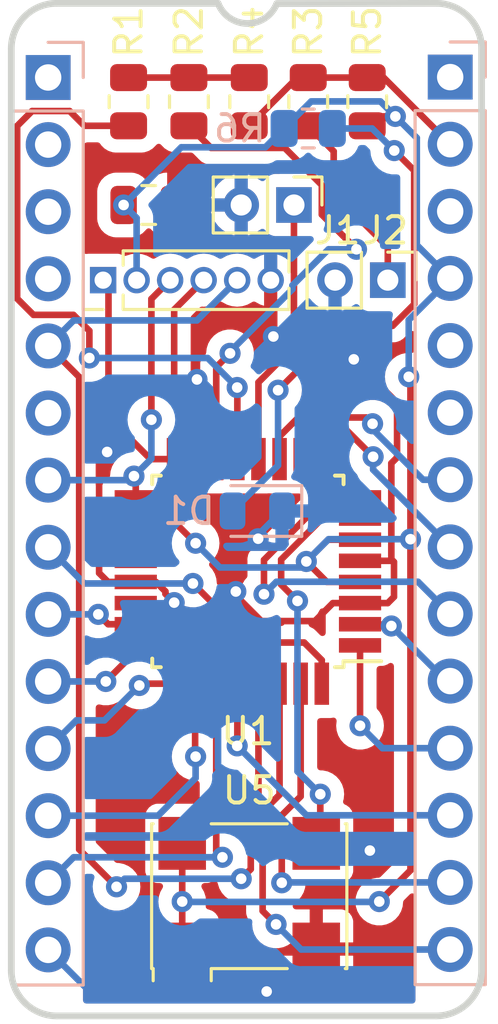
<source format=kicad_pcb>
(kicad_pcb (version 20221018) (generator pcbnew)
  (layers (0 "F.Cu" signal) (31 "B.Cu" signal) (34 "B.Paste" user) (35 "F.Paste" user) (36 "B.SilkS" user "B.Silkscreen") (37 "F.SilkS" user "F.Silkscreen") (38 "B.Mask" user) (39 "F.Mask" user) (44 "Edge.Cuts" user))
  (net 0 "")
  (net 1 "+V")
  (net 2 "GND")
  (net 3 "Net-(D1-A)")
  (net 8 "~{RESET}")
  (net 10 "SCK")
  (net 11 "~{CS}")
  (net 12 "A0")
  (net 13 "A1")
  (net 14 "A2")
  (net 15 "A3")
  (net 16 "A4")
  (net 18 "AUDIOout")
  (net 19 "EXTin")
  (net 22 "D7")
  (net 23 "D6")
  (net 24 "D5")
  (net 25 "D4")
  (net 26 "D3")
  (net 27 "D2")
  (net 28 "D1")
  (net 29 "D0")
  (net 30 "6581Sel")
  (net 31 "Net-(J2-Pin_1)")
  (net 32 "Net-(R1-Pad1)")
  (net 33 "AUD1")
  (net 34 "AUD2")
  (net 35 "PB6")
  (net 37 "MOSI")
  (net 38 "MISO")
  (footprint "Resistor_SMD:R_0805_2012Metric" (layer "F.Cu") (at 139.4968 77.6751 -90)
    (fp_text reference "R2" (at -2.6435 0 90) (layer "F.SilkS"))
    (fp_text value "240K" hide)
    (fp_line (start -0.227064 -0.735) (end 0.227064 -0.735) (stroke (width 0.12)) (layer "F.SilkS"))
    (fp_line (start -0.227064 0.735) (end 0.227064 0.735) (stroke (width 0.12)) (layer "F.SilkS"))
    (pad "1" smd roundrect (at -0.9125 0 270) (size 1.025 1.4) (layers "F.Cu" "F.Paste" "F.Mask") (roundrect_rratio 0.243902439) (net 32 "Net-(R1-Pad1)"))
    (pad "2" smd roundrect (at 0.9125 0 270) (size 1.025 1.4) (layers "F.Cu" "F.Paste" "F.Mask") (roundrect_rratio 0.243902439) (net 34 "AUD2"))
  )
  (footprint "Connector_PinHeader_2.00mm:PinHeader_1x02_P2.00mm_Vertical" (layer "F.Cu") (at 147.034 84.4296 -90)
    (fp_text reference "J2" (at -1.8796 0.0856) (layer "F.SilkS"))
    (fp_text value "~" hide)
    (fp_line (start -1.06 -1.06) (end 0 -1.06) (stroke (width 0.12)) (layer "F.SilkS"))
    (fp_line (start -1.06 0) (end -1.06 -1.06) (stroke (width 0.12)) (layer "F.SilkS"))
    (fp_line (start -1.06 1) (end -1.06 3.06) (stroke (width 0.12)) (layer "F.SilkS"))
    (fp_line (start -1.06 1) (end 1.06 1) (stroke (width 0.12)) (layer "F.SilkS"))
    (fp_line (start -1.06 3.06) (end 1.06 3.06) (stroke (width 0.12)) (layer "F.SilkS"))
    (fp_line (start 1.06 1) (end 1.06 3.06) (stroke (width 0.12)) (layer "F.SilkS"))
    (pad "1" thru_hole rect (at 0 0 270) (size 1.35 1.35) (drill 0.8) (layers "*.Cu" "*.Mask") (net 31 "Net-(J2-Pin_1)"))
    (pad "2" thru_hole oval (at 0 2 270) (size 1.35 1.35) (drill 0.8) (layers "*.Cu" "*.Mask") (net 2 "GND"))
  )
  (footprint "Capacitor_SMD:C_0805_2012Metric" (layer "F.Cu") (at 137.9728 81.5848)
    (fp_text reference "C1" hide)
    (fp_text value "C_Small" hide)
    (fp_line (start -0.261252 -0.735) (end 0.261252 -0.735) (stroke (width 0.12)) (layer "F.SilkS"))
    (fp_line (start -0.261252 0.735) (end 0.261252 0.735) (stroke (width 0.12)) (layer "F.SilkS"))
    (pad "1" smd roundrect (at -0.95 0) (size 1 1.45) (layers "F.Cu" "F.Paste" "F.Mask") (net 1 "+V"))
    (pad "2" smd roundrect (at 0.95 0) (size 1 1.45) (layers "F.Cu" "F.Paste" "F.Mask") (net 2 "GND"))
  )
  (footprint "Resistor_SMD:R_0805_2012Metric" (layer "F.Cu") (at 141.7828 77.6751 90)
    (fp_text reference "R4" (at 2.6435 0 90) (layer "F.SilkS"))
    (fp_text value "2K2" hide)
    (fp_line (start -0.227064 -0.735) (end 0.227064 -0.735) (stroke (width 0.12)) (layer "F.SilkS"))
    (fp_line (start -0.227064 0.735) (end 0.227064 0.735) (stroke (width 0.12)) (layer "F.SilkS"))
    (pad "1" smd roundrect (at -0.9125 0 90) (size 1.025 1.4) (layers "F.Cu" "F.Paste" "F.Mask") (roundrect_rratio 0.243902439) (net 18 "AUDIOout"))
    (pad "2" smd roundrect (at 0.9125 0 90) (size 1.025 1.4) (layers "F.Cu" "F.Paste" "F.Mask") (roundrect_rratio 0.243902439) (net 32 "Net-(R1-Pad1)"))
  )
  (footprint "Resistor_SMD:R_0805_2012Metric" (layer "F.Cu") (at 137.2108 77.6751 -90)
    (fp_text reference "R1" (at -2.6435 0 90) (layer "F.SilkS"))
    (fp_text value "1K" hide)
    (fp_line (start -0.227064 -0.735) (end 0.227064 -0.735) (stroke (width 0.12)) (layer "F.SilkS"))
    (fp_line (start -0.227064 0.735) (end 0.227064 0.735) (stroke (width 0.12)) (layer "F.SilkS"))
    (pad "1" smd roundrect (at -0.9125 0 270) (size 1.025 1.4) (layers "F.Cu" "F.Paste" "F.Mask") (roundrect_rratio 0.243902439) (net 32 "Net-(R1-Pad1)"))
    (pad "2" smd roundrect (at 0.9125 0 270) (size 1.025 1.4) (layers "F.Cu" "F.Paste" "F.Mask") (roundrect_rratio 0.243902439) (net 33 "AUD1"))
  )
  (footprint "Package_QFP:TQFP-32_7x7mm_P0.8mm" (layer "F.Cu") (at 141.732 95.4532 180)
    (fp_text reference "U1" (at 0 -6.05) (layer "F.SilkS"))
    (fp_text value "ATmega88PA-A")
    (fp_line (start -3.625 -3.625) (end -3.625 -3.4) (stroke (width 0.15)) (layer "F.SilkS"))
    (fp_line (start -3.625 -3.625) (end -3.3 -3.625) (stroke (width 0.15)) (layer "F.SilkS"))
    (fp_line (start -3.625 -3.4) (end -5.05 -3.4) (stroke (width 0.15)) (layer "F.SilkS"))
    (fp_line (start -3.625 3.625) (end -3.625 3.3) (stroke (width 0.15)) (layer "F.SilkS"))
    (fp_line (start -3.625 3.625) (end -3.3 3.625) (stroke (width 0.15)) (layer "F.SilkS"))
    (fp_line (start 3.625 -3.625) (end 3.3 -3.625) (stroke (width 0.15)) (layer "F.SilkS"))
    (fp_line (start 3.625 -3.625) (end 3.625 -3.3) (stroke (width 0.15)) (layer "F.SilkS"))
    (fp_line (start 3.625 3.625) (end 3.3 3.625) (stroke (width 0.15)) (layer "F.SilkS"))
    (fp_line (start 3.625 3.625) (end 3.625 3.3) (stroke (width 0.15)) (layer "F.SilkS"))
    (pad "1" smd rect (at -4.25 -2.8 180) (size 1.6 0.55) (layers "F.Cu" "F.Paste" "F.Mask") (net 26 "D3"))
    (pad "2" smd rect (at -4.25 -2 180) (size 1.6 0.55) (layers "F.Cu" "F.Paste" "F.Mask") (net 25 "D4"))
    (pad "3" smd rect (at -4.25 -1.2 180) (size 1.6 0.55) (layers "F.Cu" "F.Paste" "F.Mask") (net 2 "GND"))
    (pad "4" smd rect (at -4.25 -0.4 180) (size 1.6 0.55) (layers "F.Cu" "F.Paste" "F.Mask") (net 1 "+V"))
    (pad "5" smd rect (at -4.25 0.4 180) (size 1.6 0.55) (layers "F.Cu" "F.Paste" "F.Mask") (net 2 "GND"))
    (pad "6" smd rect (at -4.25 1.2 180) (size 1.6 0.55) (layers "F.Cu" "F.Paste" "F.Mask") (net 1 "+V"))
    (pad "7" smd rect (at -4.25 2 180) (size 1.6 0.55) (layers "F.Cu" "F.Paste" "F.Mask") (net 35 "PB6"))
    (pad "8" smd rect (at -4.25 2.8 180) (size 1.6 0.55) (layers "F.Cu" "F.Paste" "F.Mask"))
    (pad "9" smd rect (at -2.8 4.25 270) (size 1.6 0.55) (layers "F.Cu" "F.Paste" "F.Mask") (net 24 "D5"))
    (pad "10" smd rect (at -2 4.25 270) (size 1.6 0.55) (layers "F.Cu" "F.Paste" "F.Mask") (net 23 "D6"))
    (pad "11" smd rect (at -1.2 4.25 270) (size 1.6 0.55) (layers "F.Cu" "F.Paste" "F.Mask") (net 22 "D7"))
    (pad "12" smd rect (at -0.4 4.25 270) (size 1.6 0.55) (layers "F.Cu" "F.Paste" "F.Mask") (net 30 "6581Sel"))
    (pad "13" smd rect (at 0.4 4.25 270) (size 1.6 0.55) (layers "F.Cu" "F.Paste" "F.Mask") (net 33 "AUD1"))
    (pad "14" smd rect (at 1.2 4.25 270) (size 1.6 0.55) (layers "F.Cu" "F.Paste" "F.Mask") (net 34 "AUD2"))
    (pad "15" smd rect (at 2 4.25 270) (size 1.6 0.55) (layers "F.Cu" "F.Paste" "F.Mask") (net 37 "MOSI"))
    (pad "16" smd rect (at 2.8 4.25 270) (size 1.6 0.55) (layers "F.Cu" "F.Paste" "F.Mask") (net 38 "MISO"))
    (pad "17" smd rect (at 4.25 2.8 180) (size 1.6 0.55) (layers "F.Cu" "F.Paste" "F.Mask") (net 10 "SCK"))
    (pad "18" smd rect (at 4.25 2 180) (size 1.6 0.55) (layers "F.Cu" "F.Paste" "F.Mask") (net 1 "+V"))
    (pad "19" smd rect (at 4.25 1.2 180) (size 1.6 0.55) (layers "F.Cu" "F.Paste" "F.Mask"))
    (pad "20" smd rect (at 4.25 0.4 180) (size 1.6 0.55) (layers "F.Cu" "F.Paste" "F.Mask"))
    (pad "21" smd rect (at 4.25 -0.4 180) (size 1.6 0.55) (layers "F.Cu" "F.Paste" "F.Mask") (net 2 "GND"))
    (pad "22" smd rect (at 4.25 -1.2 180) (size 1.6 0.55) (layers "F.Cu" "F.Paste" "F.Mask"))
    (pad "23" smd rect (at 4.25 -2 180) (size 1.6 0.55) (layers "F.Cu" "F.Paste" "F.Mask") (net 12 "A0"))
    (pad "24" smd rect (at 4.25 -2.8 180) (size 1.6 0.55) (layers "F.Cu" "F.Paste" "F.Mask") (net 13 "A1"))
    (pad "25" smd rect (at 2.8 -4.25 270) (size 1.6 0.55) (layers "F.Cu" "F.Paste" "F.Mask") (net 14 "A2"))
    (pad "26" smd rect (at 2 -4.25 270) (size 1.6 0.55) (layers "F.Cu" "F.Paste" "F.Mask") (net 15 "A3"))
    (pad "27" smd rect (at 1.2 -4.25 270) (size 1.6 0.55) (layers "F.Cu" "F.Paste" "F.Mask") (net 16 "A4"))
    (pad "28" smd rect (at 0.4 -4.25 270) (size 1.6 0.55) (layers "F.Cu" "F.Paste" "F.Mask") (net 27 "D2"))
    (pad "29" smd rect (at -0.4 -4.25 270) (size 1.6 0.55) (layers "F.Cu" "F.Paste" "F.Mask") (net 8 "~{RESET}"))
    (pad "30" smd rect (at -1.2 -4.25 270) (size 1.6 0.55) (layers "F.Cu" "F.Paste" "F.Mask") (net 29 "D0"))
    (pad "31" smd rect (at -2 -4.25 270) (size 1.6 0.55) (layers "F.Cu" "F.Paste" "F.Mask") (net 28 "D1"))
    (pad "32" smd rect (at -2.8 -4.25 270) (size 1.6 0.55) (layers "F.Cu" "F.Paste" "F.Mask") (net 11 "~{CS}"))
  )
  (footprint "Resistor_SMD:R_0805_2012Metric" (layer "F.Cu") (at 144.018 77.6751 -90)
    (fp_text reference "R3" (at -2.6435 0 90) (layer "F.SilkS"))
    (fp_text value "1K" hide)
    (fp_line (start -0.227064 -0.735) (end 0.227064 -0.735) (stroke (width 0.12)) (layer "F.SilkS"))
    (fp_line (start -0.227064 0.735) (end 0.227064 0.735) (stroke (width 0.12)) (layer "F.SilkS"))
    (pad "1" smd roundrect (at -0.9125 0 270) (size 1.025 1.4) (layers "F.Cu" "F.Paste" "F.Mask") (roundrect_rratio 0.243902439) (net 18 "AUDIOout"))
    (pad "2" smd roundrect (at 0.9125 0 270) (size 1.025 1.4) (layers "F.Cu" "F.Paste" "F.Mask") (roundrect_rratio 0.243902439) (net 31 "Net-(J2-Pin_1)"))
  )
  (footprint "Connector_PinHeader_2.00mm:PinHeader_1x02_P2.00mm_Vertical" (layer "F.Cu") (at 143.478 81.5848 -90)
    (fp_text reference "J1" (at 0.9652 -1.6576) (layer "F.SilkS"))
    (fp_text value "6581" hide)
    (fp_line (start -1.06 -1.06) (end 0 -1.06) (stroke (width 0.12)) (layer "F.SilkS"))
    (fp_line (start -1.06 0) (end -1.06 -1.06) (stroke (width 0.12)) (layer "F.SilkS"))
    (fp_line (start -1.06 1) (end -1.06 3.06) (stroke (width 0.12)) (layer "F.SilkS"))
    (fp_line (start -1.06 1) (end 1.06 1) (stroke (width 0.12)) (layer "F.SilkS"))
    (fp_line (start -1.06 3.06) (end 1.06 3.06) (stroke (width 0.12)) (layer "F.SilkS"))
    (fp_line (start 1.06 1) (end 1.06 3.06) (stroke (width 0.12)) (layer "F.SilkS"))
    (pad "1" thru_hole rect (at 0 0 270) (size 1.35 1.35) (drill 0.8) (layers "*.Cu" "*.Mask") (net 30 "6581Sel"))
    (pad "2" thru_hole oval (at 0 2 270) (size 1.35 1.35) (drill 0.8) (layers "*.Cu" "*.Mask") (net 2 "GND"))
  )
  (footprint "Oscillator:Oscillator_SMD_Abracon_ASV-4Pin_7.0x5.1mm" (layer "F.Cu") (at 141.7828 107.7468)
    (fp_text reference "U5" (at 0 -4) (layer "F.SilkS"))
    (fp_text value "ASDMB-32MHz")
    (fp_line (start -3.7 -2.74) (end -3.64 -2.74) (stroke (width 0.12)) (layer "F.SilkS"))
    (fp_line (start -3.7 2.74) (end -3.7 -2.74) (stroke (width 0.12)) (layer "F.SilkS"))
    (fp_line (start -3.64 2.74) (end -3.7 2.74) (stroke (width 0.12)) (layer "F.SilkS"))
    (fp_line (start -3.64 3.2) (end -3.64 2.74) (stroke (width 0.12)) (layer "F.SilkS"))
    (fp_line (start -1.44 -2.74) (end 1.44 -2.74) (stroke (width 0.12)) (layer "F.SilkS"))
    (fp_line (start -1.44 2.74) (end -1.44 3.2) (stroke (width 0.12)) (layer "F.SilkS"))
    (fp_line (start 1.44 2.74) (end -1.44 2.74) (stroke (width 0.12)) (layer "F.SilkS"))
    (fp_line (start 3.64 -2.74) (end 3.7 -2.74) (stroke (width 0.12)) (layer "F.SilkS"))
    (fp_line (start 3.7 -2.74) (end 3.7 2.74) (stroke (width 0.12)) (layer "F.SilkS"))
    (fp_line (start 3.7 2.74) (end 3.64 2.74) (stroke (width 0.12)) (layer "F.SilkS"))
    (pad "1" smd rect (at -2.54 2) (size 1.8 2) (layers "F.Cu" "F.Paste" "F.Mask") (net 1 "+V"))
    (pad "2" smd rect (at 2.54 2) (size 1.8 2) (layers "F.Cu" "F.Paste" "F.Mask") (net 2 "GND"))
    (pad "3" smd rect (at 2.54 -2) (size 1.8 2) (layers "F.Cu" "F.Paste" "F.Mask") (net 35 "PB6"))
    (pad "4" smd rect (at -2.54 -2) (size 1.8 2) (layers "F.Cu" "F.Paste" "F.Mask") (net 1 "+V"))
  )
  (footprint "Resistor_SMD:R_0805_2012Metric" (layer "F.Cu") (at 146.2532 77.6751 90)
    (fp_text reference "R5" (at 2.6435 0 90) (layer "F.SilkS"))
    (fp_text value "4K7" hide)
    (fp_line (start -0.227064 -0.735) (end 0.227064 -0.735) (stroke (width 0.12)) (layer "F.SilkS"))
    (fp_line (start -0.227064 0.735) (end 0.227064 0.735) (stroke (width 0.12)) (layer "F.SilkS"))
    (pad "1" smd roundrect (at -0.9125 0 90) (size 1.025 1.4) (layers "F.Cu" "F.Paste" "F.Mask") (roundrect_rratio 0.243902439) (net 1 "+V"))
    (pad "2" smd roundrect (at 0.9125 0 90) (size 1.025 1.4) (layers "F.Cu" "F.Paste" "F.Mask") (roundrect_rratio 0.243902439) (net 18 "AUDIOout"))
  )
  (footprint "Connector_PinHeader_1.27mm:PinHeader_1x06_P1.27mm_Vertical" (layer "F.Cu") (at 136.2456 84.4296 90)
    (fp_text reference "U3" hide)
    (fp_text value "Program" hide)
    (fp_line (start -1.11 -0.76) (end 0 -0.76) (stroke (width 0.12)) (layer "F.SilkS"))
    (fp_line (start -1.11 0) (end -1.11 -0.76) (stroke (width 0.12)) (layer "F.SilkS"))
    (fp_line (start -1.11 0.76) (end -1.11 7.045) (stroke (width 0.12)) (layer "F.SilkS"))
    (fp_line (start -1.11 0.76) (end -0.563471 0.76) (stroke (width 0.12)) (layer "F.SilkS"))
    (fp_line (start -1.11 7.045) (end -0.30753 7.045) (stroke (width 0.12)) (layer "F.SilkS"))
    (fp_line (start 0.30753 7.045) (end 1.11 7.045) (stroke (width 0.12)) (layer "F.SilkS"))
    (fp_line (start 0.563471 0.76) (end 1.11 0.76) (stroke (width 0.12)) (layer "F.SilkS"))
    (fp_line (start 1.11 0.76) (end 1.11 7.045) (stroke (width 0.12)) (layer "F.SilkS"))
    (pad "1" thru_hole rect (at 0 0 90) (size 1 1) (drill 0.65) (layers "*.Cu" "*.Mask") (net 38 "MISO"))
    (pad "2" thru_hole oval (at 0 1.27 90) (size 1 1) (drill 0.65) (layers "*.Cu" "*.Mask") (net 1 "+V"))
    (pad "3" thru_hole oval (at 0 2.54 90) (size 1 1) (drill 0.65) (layers "*.Cu" "*.Mask") (net 10 "SCK"))
    (pad "4" thru_hole oval (at 0 3.81 90) (size 1 1) (drill 0.65) (layers "*.Cu" "*.Mask") (net 37 "MOSI"))
    (pad "5" thru_hole oval (at 0 5.08 90) (size 1 1) (drill 0.65) (layers "*.Cu" "*.Mask") (net 8 "~{RESET}"))
    (pad "6" thru_hole oval (at 0 6.35 90) (size 1 1) (drill 0.65) (layers "*.Cu" "*.Mask") (net 2 "GND"))
  )
  (footprint "Connector_PinHeader_2.54mm:PinHeader_1x14_P2.54mm_Vertical" (layer "B.Cu") (at 134.1628 76.7588 180)
    (fp_text reference "host_lower1" hide)
    (fp_text value "01-14" hide)
    (fp_line (start -1.33 -34.35) (end 1.33 -34.35) (stroke (width 0.12)) (layer "B.SilkS"))
    (fp_line (start -1.33 -1.27) (end -1.33 -34.35) (stroke (width 0.12)) (layer "B.SilkS"))
    (fp_line (start -1.33 -1.27) (end 1.33 -1.27) (stroke (width 0.12)) (layer "B.SilkS"))
    (fp_line (start -1.33 0) (end -1.33 1.33) (stroke (width 0.12)) (layer "B.SilkS"))
    (fp_line (start -1.33 1.33) (end 0 1.33) (stroke (width 0.12)) (layer "B.SilkS"))
    (fp_line (start 1.33 -1.27) (end 1.33 -34.35) (stroke (width 0.12)) (layer "B.SilkS"))
    (pad "1" thru_hole rect (at 0 0 180) (size 1.7 1.7) (drill 1) (layers "*.Cu" "*.Mask"))
    (pad "2" thru_hole oval (at 0 -2.54 180) (size 1.7 1.7) (drill 1) (layers "*.Cu" "*.Mask"))
    (pad "3" thru_hole oval (at 0 -5.08 180) (size 1.7 1.7) (drill 1) (layers "*.Cu" "*.Mask"))
    (pad "4" thru_hole oval (at 0 -7.62 180) (size 1.7 1.7) (drill 1) (layers "*.Cu" "*.Mask"))
    (pad "5" thru_hole oval (at 0 -10.16 180) (size 1.7 1.7) (drill 1) (layers "*.Cu" "*.Mask") (net 8 "~{RESET}"))
    (pad "6" thru_hole oval (at 0 -12.7 180) (size 1.7 1.7) (drill 1) (layers "*.Cu" "*.Mask"))
    (pad "7" thru_hole oval (at 0 -15.24 180) (size 1.7 1.7) (drill 1) (layers "*.Cu" "*.Mask") (net 10 "SCK"))
    (pad "8" thru_hole oval (at 0 -17.78 180) (size 1.7 1.7) (drill 1) (layers "*.Cu" "*.Mask") (net 11 "~{CS}"))
    (pad "9" thru_hole oval (at 0 -20.32 180) (size 1.7 1.7) (drill 1) (layers "*.Cu" "*.Mask") (net 12 "A0"))
    (pad "10" thru_hole oval (at 0 -22.86 180) (size 1.7 1.7) (drill 1) (layers "*.Cu" "*.Mask") (net 13 "A1"))
    (pad "11" thru_hole oval (at 0 -25.4 180) (size 1.7 1.7) (drill 1) (layers "*.Cu" "*.Mask") (net 14 "A2"))
    (pad "12" thru_hole oval (at 0 -27.94 180) (size 1.7 1.7) (drill 1) (layers "*.Cu" "*.Mask") (net 15 "A3"))
    (pad "13" thru_hole oval (at 0 -30.48 180) (size 1.7 1.7) (drill 1) (layers "*.Cu" "*.Mask") (net 16 "A4"))
    (pad "14" thru_hole oval (at 0 -33.02 180) (size 1.7 1.7) (drill 1) (layers "*.Cu" "*.Mask") (net 2 "GND"))
  )
  (footprint "Diode_SMD:D_0805_2012Metric" (layer "B.Cu") (at 142.0876 93.1672 180)
    (fp_text reference "D1" (at 2.5908 0) (layer "B.SilkS") (effects (justify mirror)))
    (fp_text value "LED" hide)
    (fp_line (start -1.685 -0.96) (end 1 -0.96) (stroke (width 0.12)) (layer "B.SilkS"))
    (fp_line (start -1.685 0.96) (end -1.685 -0.96) (stroke (width 0.12)) (layer "B.SilkS"))
    (fp_line (start 1 0.96) (end -1.685 0.96) (stroke (width 0.12)) (layer "B.SilkS"))
    (pad "1" smd roundrect (at -0.9375 0 180) (size 0.975 1.4) (layers "B.Cu" "B.Paste" "B.Mask") (net 2 "GND"))
    (pad "2" smd roundrect (at 0.9375 0 180) (size 0.975 1.4) (layers "B.Cu" "B.Paste" "B.Mask") (net 3 "Net-(D1-A)"))
  )
  (footprint "Connector_PinHeader_2.54mm:PinHeader_1x14_P2.54mm_Vertical" (layer "B.Cu") (at 149.398057 76.744573 180)
    (fp_text reference "host_upper1" hide)
    (fp_text value "15-28" hide)
    (fp_line (start -1.33 -34.35) (end 1.33 -34.35) (stroke (width 0.12)) (layer "B.SilkS"))
    (fp_line (start -1.33 -1.27) (end -1.33 -34.35) (stroke (width 0.12)) (layer "B.SilkS"))
    (fp_line (start -1.33 -1.27) (end 1.33 -1.27) (stroke (width 0.12)) (layer "B.SilkS"))
    (fp_line (start -1.33 0) (end -1.33 1.33) (stroke (width 0.12)) (layer "B.SilkS"))
    (fp_line (start -1.33 1.33) (end 0 1.33) (stroke (width 0.12)) (layer "B.SilkS"))
    (fp_line (start 1.33 -1.27) (end 1.33 -34.35) (stroke (width 0.12)) (layer "B.SilkS"))
    (pad "1" thru_hole rect (at 0 0 180) (size 1.7 1.7) (drill 1) (layers "*.Cu" "*.Mask"))
    (pad "2" thru_hole oval (at 0 -2.54 180) (size 1.7 1.7) (drill 1) (layers "*.Cu" "*.Mask") (net 18 "AUDIOout"))
    (pad "3" thru_hole oval (at 0 -5.08 180) (size 1.7 1.7) (drill 1) (layers "*.Cu" "*.Mask") (net 19 "EXTin"))
    (pad "4" thru_hole oval (at 0 -7.62 180) (size 1.7 1.7) (drill 1) (layers "*.Cu" "*.Mask") (net 1 "+V"))
    (pad "5" thru_hole oval (at 0 -10.16 180) (size 1.7 1.7) (drill 1) (layers "*.Cu" "*.Mask"))
    (pad "6" thru_hole oval (at 0 -12.7 180) (size 1.7 1.7) (drill 1) (layers "*.Cu" "*.Mask"))
    (pad "7" thru_hole oval (at 0 -15.24 180) (size 1.7 1.7) (drill 1) (layers "*.Cu" "*.Mask") (net 22 "D7"))
    (pad "8" thru_hole oval (at 0 -17.78 180) (size 1.7 1.7) (drill 1) (layers "*.Cu" "*.Mask") (net 23 "D6"))
    (pad "9" thru_hole oval (at 0 -20.32 180) (size 1.7 1.7) (drill 1) (layers "*.Cu" "*.Mask") (net 24 "D5"))
    (pad "10" thru_hole oval (at 0 -22.86 180) (size 1.7 1.7) (drill 1) (layers "*.Cu" "*.Mask") (net 25 "D4"))
    (pad "11" thru_hole oval (at 0 -25.4 180) (size 1.7 1.7) (drill 1) (layers "*.Cu" "*.Mask") (net 26 "D3"))
    (pad "12" thru_hole oval (at 0 -27.94 180) (size 1.7 1.7) (drill 1) (layers "*.Cu" "*.Mask") (net 27 "D2"))
    (pad "13" thru_hole oval (at 0 -30.48 180) (size 1.7 1.7) (drill 1) (layers "*.Cu" "*.Mask") (net 28 "D1"))
    (pad "14" thru_hole oval (at 0 -33.02 180) (size 1.7 1.7) (drill 1) (layers "*.Cu" "*.Mask") (net 29 "D0"))
  )
  (footprint "Resistor_SMD:R_0805_2012Metric" (layer "B.Cu") (at 144.018 78.6892)
    (fp_text reference "R6" (at -2.5908 0) (layer "B.SilkS") (effects (justify mirror)))
    (fp_text value "330" hide)
    (fp_line (start -0.227064 -0.735) (end 0.227064 -0.735) (stroke (width 0.12)) (layer "B.SilkS"))
    (fp_line (start -0.227064 0.735) (end 0.227064 0.735) (stroke (width 0.12)) (layer "B.SilkS"))
    (pad "1" smd roundrect (at -0.9125 0) (size 1.025 1.4) (layers "B.Cu" "B.Paste" "B.Mask") (roundrect_rratio 0.243902439) (net 1 "+V"))
    (pad "2" smd roundrect (at 0.9125 0) (size 1.025 1.4) (layers "B.Cu" "B.Paste" "B.Mask") (roundrect_rratio 0.243902439) (net 3 "Net-(D1-A)"))
  )
  (gr_arc (start 142.825517 73.961576) (mid 141.711803 74.713747) (end 140.60394 73.952984) (stroke (width 0.254)) (layer "Edge.Cuts"))
  (gr_arc (start 132.764939 75.666984) (mid 133.266958 74.455003) (end 134.478939 73.952984) (stroke (width 0.254)) (layer "Edge.Cuts"))
  (gr_arc (start 148.878939 73.952984) (mid 150.08892 74.455831) (end 150.588939 75.666984) (stroke (width 0.254)) (layer "Edge.Cuts"))
  (gr_line (start 142.825517 73.961576) (end 148.878939 73.952984) (stroke (width 0.254)) (layer "Edge.Cuts"))
  (gr_arc (start 150.588939 110.552984) (mid 150.084198 111.772536) (end 148.864939 112.277984) (stroke (width 0.254)) (layer "Edge.Cuts"))
  (gr_line (start 150.588939 110.552984) (end 150.588939 75.666984) (stroke (width 0.254)) (layer "Edge.Cuts"))
  (gr_arc (start 134.492939 112.277984) (mid 133.27168 111.773365) (end 132.764939 110.552984) (stroke (width 0.254)) (layer "Edge.Cuts"))
  (gr_line (start 134.492939 112.277984) (end 148.864939 112.277984) (stroke (width 0.254)) (layer "Edge.Cuts"))
  (gr_line (start 134.478939 73.952984) (end 140.603939 73.952984) (stroke (width 0.254)) (layer "Edge.Cuts"))
  (gr_line (start 132.764939 110.552984) (end 132.764939 75.666984) (stroke (width 0.254)) (layer "Edge.Cuts"))
  (segment (start 146.7104 107.95) (end 147.8926 106.7678) (width 0.25) (layer "F.Cu") (net 1))
  (segment (start 139.2428 107.95) (end 139.2428 105.7468) (width 0.25) (layer "F.Cu") (net 1))
  (segment (start 147.320443 78.231557) (end 146.609243 78.231557) (width 0.25) (layer "F.Cu") (net 1))
  (segment (start 147.8926 106.7678) (end 147.8926 94.234) (width 0.25) (layer "F.Cu") (net 1))
  (segment (start 146.609243 78.231557) (end 146.2532 78.5876) (width 0.25) (layer "F.Cu") (net 1))
  (segment (start 144.7228 95.8532) (end 145.982 95.8532) (width 0.25) (layer "F.Cu") (net 1))
  (segment (start 139.7508 94.3864) (end 138.8176 93.4532) (width 0.25) (layer "F.Cu") (net 1))
  (segment (start 147.8926 94.234) (end 147.8926 88.1518) (width 0.25) (layer "F.Cu") (net 1))
  (segment (start 143.946099 95.076499) (end 144.7228 95.8532) (width 0.25) (layer "F.Cu") (net 1))
  (segment (start 143.946099 95.076499) (end 144.769398 94.2532) (width 0.25) (layer "F.Cu") (net 1))
  (segment (start 144.769398 94.2532) (end 145.982 94.2532) (width 0.25) (layer "F.Cu") (net 1))
  (segment (start 147.8926 88.1518) (end 147.828 88.0872) (width 0.25) (layer "F.Cu") (net 1))
  (segment (start 138.8176 93.4532) (end 137.482 93.4532) (width 0.25) (layer "F.Cu") (net 1))
  (segment (start 139.2428 109.7468) (end 139.2428 107.95) (width 0.25) (layer "F.Cu") (net 1))
  (via (at 139.2428 107.95) (size 0.8) (drill 0.4) (layers "F.Cu" "B.Cu") (net 1))
  (via (at 143.946099 95.076499) (size 0.8) (drill 0.4) (layers "F.Cu" "B.Cu") (net 1))
  (via (at 147.320443 78.231557) (size 0.8) (drill 0.4) (layers "F.Cu" "B.Cu") (net 1))
  (via (at 147.8926 94.234) (size 0.8) (drill 0.4) (layers "F.Cu" "B.Cu") (net 1))
  (via (at 146.7104 107.95) (size 0.8) (drill 0.4) (layers "F.Cu" "B.Cu") (net 1))
  (via (at 137.0228 81.5848) (size 0.8) (drill 0.4) (layers "F.Cu" "B.Cu") (net 1))
  (via (at 139.7508 94.3864) (size 0.8) (drill 0.4) (layers "F.Cu" "B.Cu") (net 1))
  (via (at 147.828 88.0872) (size 0.8) (drill 0.4) (layers "F.Cu" "B.Cu") (net 1))
  (segment (start 143.1055 78.6892) (end 144.1305 77.6642) (width 0.25) (layer "B.Cu") (net 1))
  (segment (start 139.2566 107.9638) (end 146.6966 107.9638) (width 0.25) (layer "B.Cu") (net 1))
  (segment (start 137.5156 82.0776) (end 137.5156 84.4296) (width 0.25) (layer "B.Cu") (net 1))
  (segment (start 144.1305 77.6642) (end 146.753086 77.6642) (width 0.25) (layer "B.Cu") (net 1))
  (segment (start 147.320443 78.231557) (end 148.1328 79.043914) (width 0.25) (layer "B.Cu") (net 1))
  (segment (start 140.669499 95.305099) (end 139.7508 94.3864) (width 0.25) (layer "B.Cu") (net 1))
  (segment (start 139.2428 107.95) (end 139.2566 107.9638) (width 0.25) (layer "B.Cu") (net 1))
  (segment (start 146.6966 107.9638) (end 146.7104 107.95) (width 0.25) (layer "B.Cu") (net 1))
  (segment (start 143.717499 95.305099) (end 140.669499 95.305099) (width 0.25) (layer "B.Cu") (net 1))
  (segment (start 137.0228 81.5848) (end 137.5156 82.0776) (width 0.25) (layer "B.Cu") (net 1))
  (segment (start 144.788598 94.234) (end 147.8926 94.234) (width 0.25) (layer "B.Cu") (net 1))
  (segment (start 142.3943 79.4004) (end 143.1055 78.6892) (width 0.25) (layer "B.Cu") (net 1))
  (segment (start 137.0228 81.5848) (end 139.2072 79.4004) (width 0.25) (layer "B.Cu") (net 1))
  (segment (start 146.753086 77.6642) (end 147.320443 78.231557) (width 0.25) (layer "B.Cu") (net 1))
  (segment (start 147.828 85.93463) (end 149.398057 84.364573) (width 0.25) (layer "B.Cu") (net 1))
  (segment (start 139.2072 79.4004) (end 142.3943 79.4004) (width 0.25) (layer "B.Cu") (net 1))
  (segment (start 148.1328 79.043914) (end 148.1328 83.099316) (width 0.25) (layer "B.Cu") (net 1))
  (segment (start 143.946099 95.076499) (end 144.788598 94.234) (width 0.25) (layer "B.Cu") (net 1))
  (segment (start 148.1328 83.099316) (end 149.398057 84.364573) (width 0.25) (layer "B.Cu") (net 1))
  (segment (start 147.828 88.0872) (end 147.828 85.93463) (width 0.25) (layer "B.Cu") (net 1))
  (segment (start 143.946099 95.076499) (end 143.717499 95.305099) (width 0.25) (layer "B.Cu") (net 1))
  (segment (start 142.24 86.106) (end 142.6972 86.5632) (width 0.25) (layer "F.Cu") (net 2))
  (segment (start 138.938 96.6349) (end 138.607 96.3039) (width 0.25) (layer "F.Cu") (net 2))
  (segment (start 144.272 97.3328) (end 142.24 97.3328) (width 0.25) (layer "F.Cu") (net 2))
  (segment (start 147.2248 95.0532) (end 147.2692 95.0976) (width 0.25) (layer "F.Cu") (net 2))
  (segment (start 142.4432 83.1596) (end 142.5956 83.312) (width 0.25) (layer "F.Cu") (net 2))
  (segment (start 141.7828 83.1596) (end 142.4432 83.1596) (width 0.25) (layer "F.Cu") (net 2))
  (segment (start 147.3846 89.0662) (end 145.7452 87.4268) (width 0.25) (layer "F.Cu") (net 2))
  (segment (start 147.2692 95.0976) (end 147.2692 96.416) (width 0.25) (layer "F.Cu") (net 2))
  (segment (start 145.1356 107.442) (end 144.3228 108.2548) (width 0.25) (layer "F.Cu") (net 2))
  (segment (start 142.24 97.3328) (end 141.2748 96.3676) (width 0.25) (layer "F.Cu") (net 2))
  (segment (start 144.3228 111.252) (end 144.3228 109.7468) (width 0.25) (layer "F.Cu") (net 2))
  (segment (start 142.5956 83.312) (end 142.5956 84.4296) (width 0.25) (layer "F.Cu") (net 2))
  (segment (start 142.4432 111.3536) (end 144.2212 111.3536) (width 0.25) (layer "F.Cu") (net 2))
  (segment (start 147.3846 91.1424) (end 147.3846 89.0662) (width 0.25) (layer "F.Cu") (net 2))
  (segment (start 147.2692 96.416) (end 147.032 96.6532) (width 0.25) (layer "F.Cu") (net 2))
  (segment (start 147.032 96.6532) (end 145.982 96.6532) (width 0.25) (layer "F.Cu") (net 2))
  (segment (start 144.2212 111.3536) (end 144.3228 111.252) (width 0.25) (layer "F.Cu") (net 2))
  (segment (start 138.607 96.3039) (end 138.607 96.212) (width 0.25) (layer "F.Cu") (net 2))
  (segment (start 145.6944 107.442) (end 145.1356 107.442) (width 0.25) (layer "F.Cu") (net 2))
  (segment (start 138.2482 95.8532) (end 137.482 95.8532) (width 0.25) (layer "F.Cu") (net 2))
  (segment (start 146.3548 106.7816) (end 145.6944 107.442) (width 0.25) (layer "F.Cu") (net 2))
  (segment (start 147.1676 91.3594) (end 147.3846 91.1424) (width 0.25) (layer "F.Cu") (net 2))
  (segment (start 142.6972 84.5312) (end 142.5956 84.4296) (width 0.25) (layer "F.Cu") (net 2))
  (segment (start 141.2748 96.2152) (end 141.2748 95.062206) (width 0.25) (layer "F.Cu") (net 2))
  (segment (start 137.482 95.8532) (end 136.432 95.8532) (width 0.25) (layer "F.Cu") (net 2))
  (segment (start 140.3096 86.106) (end 142.24 86.106) (width 0.25) (layer "F.Cu") (net 2))
  (segment (start 144.3228 108.2548) (end 144.3228 109.7468) (width 0.25) (layer "F.Cu") (net 2))
  (segment (start 146.3548 106.0196) (end 146.3548 106.7816) (width 0.25) (layer "F.Cu") (net 2))
  (segment (start 141.478 81.5848) (end 141.478 82.8548) (width 0.25) (layer "F.Cu") (net 2))
  (segment (start 136.432 95.8532) (end 136.0932 95.5144) (width 0.25) (layer "F.Cu") (net 2))
  (segment (start 141.478 82.8548) (end 141.7828 83.1596) (width 0.25) (layer "F.Cu") (net 2))
  (segment (start 136.0932 95.5144) (end 136.0932 91.2368) (width 0.25) (layer "F.Cu") (net 2))
  (segment (start 147.1676 94.996) (end 147.1676 91.3594) (width 0.25) (layer "F.Cu") (net 2))
  (segment (start 139.8016 88.1888) (end 139.8016 86.614) (width 0.25) (layer "F.Cu") (net 2))
  (segment (start 144.9516 96.6532) (end 144.272 97.3328) (width 0.25) (layer "F.Cu") (net 2))
  (segment (start 147.2248 95.0532) (end 147.1676 94.996) (width 0.25) (layer "F.Cu") (net 2))
  (segment (start 145.982 96.6532) (end 144.9516 96.6532) (width 0.25) (layer "F.Cu") (net 2))
  (segment (start 139.8016 86.614) (end 140.3096 86.106) (width 0.25) (layer "F.Cu") (net 2))
  (segment (start 138.607 96.212) (end 138.2482 95.8532) (width 0.25) (layer "F.Cu") (net 2))
  (segment (start 142.6972 86.5632) (end 142.6972 84.5312) (width 0.25) (layer "F.Cu") (net 2))
  (segment (start 138.9228 81.5848) (end 141.478 81.5848) (width 0.25) (layer "F.Cu") (net 2))
  (segment (start 141.2748 96.3676) (end 141.2748 96.2152) (width 0.25) (layer "F.Cu") (net 2))
  (segment (start 136.0932 91.2368) (end 136.398 90.932) (width 0.25) (layer "F.Cu") (net 2))
  (segment (start 141.2748 95.062206) (end 142.120703 94.216303) (width 0.25) (layer "F.Cu") (net 2))
  (segment (start 145.982 95.0532) (end 147.2248 95.0532) (width 0.25) (layer "F.Cu") (net 2))
  (via (at 146.3548 106.0196) (size 0.8) (drill 0.4) (layers "F.Cu" "B.Cu") (net 2))
  (via (at 136.398 90.932) (size 0.8) (drill 0.4) (layers "F.Cu" "B.Cu") (net 2))
  (via (at 138.938 96.6349) (size 0.8) (drill 0.4) (layers "F.Cu" "B.Cu") (net 2))
  (via (at 145.7452 87.4268) (size 0.8) (drill 0.4) (layers "F.Cu" "B.Cu") (net 2))
  (via (at 139.8016 88.1888) (size 0.8) (drill 0.4) (layers "F.Cu" "B.Cu") (net 2))
  (via (at 142.4432 111.3536) (size 0.8) (drill 0.4) (layers "F.Cu" "B.Cu") (net 2))
  (via (at 141.2748 96.2152) (size 0.8) (drill 0.4) (layers "F.Cu" "B.Cu") (net 2))
  (via (at 142.120703 94.216303) (size 0.8) (drill 0.4) (layers "F.Cu" "B.Cu") (net 2))
  (via (at 142.6972 86.5632) (size 0.8) (drill 0.4) (layers "F.Cu" "B.Cu") (net 2))
  (segment (start 139.8016 88.1888) (end 139.8524 88.1888) (width 0.25) (layer "B.Cu") (net 2))
  (segment (start 145.7452 87.4268) (end 145.7452 86.4108) (width 0.25) (layer "B.Cu") (net 2))
  (segment (start 145.7452 86.4108) (end 145.034 85.6996) (width 0.25) (layer "B.Cu") (net 2))
  (segment (start 134.1628 109.7788) (end 135.7376 111.3536) (width 0.25) (layer "B.Cu") (net 2))
  (segment (start 141.2748 96.2152) (end 140.462 97.028) (width 0.25) (layer "B.Cu") (net 2))
  (segment (start 143.7386 106.0196) (end 146.3548 106.0196) (width 0.25) (layer "B.Cu") (net 2))
  (segment (start 136.398 90.932) (end 136.398 89.7128) (width 0.25) (layer "B.Cu") (net 2))
  (segment (start 137.922 88.1888) (end 139.8016 88.1888) (width 0.25) (layer "B.Cu") (net 2))
  (segment (start 135.7376 111.3536) (end 142.4432 111.3536) (width 0.25) (layer "B.Cu") (net 2))
  (segment (start 140.6006 96.8894) (end 140.6006 102.8816) (width 0.25) (layer "B.Cu") (net 2))
  (segment (start 142.120703 94.071597) (end 143.0251 93.1672) (width 0.25) (layer "B.Cu") (net 2))
  (segment (start 139.3311 97.028) (end 138.938 96.6349) (width 0.25) (layer "B.Cu") (net 2))
  (segment (start 142.120703 94.216303) (end 142.120703 94.071597) (width 0.25) (layer "B.Cu") (net 2))
  (segment (start 145.034 85.6996) (end 145.034 84.4296) (width 0.25) (layer "B.Cu") (net 2))
  (segment (start 143.5608 87.4268) (end 142.6972 86.5632) (width 0.25) (layer "B.Cu") (net 2))
  (segment (start 136.398 89.7128) (end 137.922 88.1888) (width 0.25) (layer "B.Cu") (net 2))
  (segment (start 141.2748 96.2152) (end 140.6006 96.8894) (width 0.25) (layer "B.Cu") (net 2))
  (segment (start 140.6006 102.8816) (end 143.7386 106.0196) (width 0.25) (layer "B.Cu") (net 2))
  (segment (start 145.7452 87.4268) (end 143.5608 87.4268) (width 0.25) (layer "B.Cu") (net 2))
  (segment (start 140.462 97.028) (end 139.3311 97.028) (width 0.25) (layer "B.Cu") (net 2))
  (segment (start 145.3134 86.1568) (end 142.875 88.5952) (width 0.25) (layer "F.Cu") (net 3))
  (segment (start 147.27797 79.525303) (end 148.034 80.281333) (width 0.25) (layer "F.Cu") (net 3))
  (segment (start 148.034 85.3412) (end 147.2184 86.1568) (width 0.25) (layer "F.Cu") (net 3))
  (segment (start 147.2184 86.1568) (end 145.3134 86.1568) (width 0.25) (layer "F.Cu") (net 3))
  (segment (start 148.034 80.281333) (end 148.034 85.3412) (width 0.25) (layer "F.Cu") (net 3))
  (via (at 142.875 88.5952) (size 0.8) (drill 0.4) (layers "F.Cu" "B.Cu") (net 3))
  (via (at 147.27797 79.525303) (size 0.8) (drill 0.4) (layers "F.Cu" "B.Cu") (net 3))
  (segment (start 142.875 88.5952) (end 142.875 91.4423) (width 0.25) (layer "B.Cu") (net 3))
  (segment (start 142.875 91.4423) (end 141.1501 93.1672) (width 0.25) (layer "B.Cu") (net 3))
  (segment (start 146.441867 78.6892) (end 144.9305 78.6892) (width 0.25) (layer "B.Cu") (net 3))
  (segment (start 147.27797 79.525303) (end 146.441867 78.6892) (width 0.25) (layer "B.Cu") (net 3))
  (segment (start 135.3378 88.0938) (end 135.3378 105.9754) (width 0.25) (layer "F.Cu") (net 8))
  (segment (start 141.8408 106.7236) (end 141.478 107.0864) (width 0.25) (layer "F.Cu") (net 8))
  (segment (start 141.8408 104.360004) (end 141.8408 106.7236) (width 0.25) (layer "F.Cu") (net 8))
  (segment (start 142.132 99.7032) (end 142.132 104.068804) (width 0.25) (layer "F.Cu") (net 8))
  (segment (start 135.3378 105.9754) (end 136.7536 107.3912) (width 0.25) (layer "F.Cu") (net 8))
  (segment (start 142.132 104.068804) (end 141.8408 104.360004) (width 0.25) (layer "F.Cu") (net 8))
  (segment (start 134.1628 86.9188) (end 135.3378 88.0938) (width 0.25) (layer "F.Cu") (net 8))
  (via (at 136.7536 107.3912) (size 0.8) (drill 0.4) (layers "F.Cu" "B.Cu") (net 8))
  (via (at 141.478 107.0864) (size 0.8) (drill 0.4) (layers "F.Cu" "B.Cu") (net 8))
  (segment (start 141.478 107.0864) (end 137.0584 107.0864) (width 0.25) (layer "B.Cu") (net 8))
  (segment (start 137.0584 107.0864) (end 136.7536 107.3912) (width 0.25) (layer "B.Cu") (net 8))
  (segment (start 134.1628 86.9188) (end 135.128 85.9536) (width 0.25) (layer "B.Cu") (net 8))
  (segment (start 135.128 85.9536) (end 139.8016 85.9536) (width 0.25) (layer "B.Cu") (net 8))
  (segment (start 139.8016 85.9536) (end 141.3256 84.4296) (width 0.25) (layer "B.Cu") (net 8))
  (segment (start 138.0744 89.7128) (end 138.0744 85.1408) (width 0.25) (layer "F.Cu") (net 10))
  (segment (start 137.482 92.6532) (end 137.482 91.9144) (width 0.25) (layer "F.Cu") (net 10))
  (segment (start 137.482 91.9144) (end 137.414 91.8464) (width 0.25) (layer "F.Cu") (net 10))
  (segment (start 138.0744 85.1408) (end 138.7856 84.4296) (width 0.25) (layer "F.Cu") (net 10))
  (via (at 138.0744 89.7128) (size 0.8) (drill 0.4) (layers "F.Cu" "B.Cu") (net 10))
  (via (at 137.414 91.8464) (size 0.8) (drill 0.4) (layers "F.Cu" "B.Cu") (net 10))
  (segment (start 138.0744 91.186) (end 137.414 91.8464) (width 0.25) (layer "B.Cu") (net 10))
  (segment (start 137.2616 91.9988) (end 134.1628 91.9988) (width 0.25) (layer "B.Cu") (net 10))
  (segment (start 137.414 91.8464) (end 137.2616 91.9988) (width 0.25) (layer "B.Cu") (net 10))
  (segment (start 138.0744 89.7128) (end 138.0744 91.186) (width 0.25) (layer "B.Cu") (net 10))
  (segment (start 144.532 98.812) (end 144.532 99.7032) (width 0.25) (layer "F.Cu") (net 11))
  (segment (start 143.8656 98.1456) (end 144.532 98.812) (width 0.25) (layer "F.Cu") (net 11))
  (segment (start 139.6492 95.9104) (end 141.8844 98.1456) (width 0.25) (layer "F.Cu") (net 11))
  (segment (start 141.8844 98.1456) (end 143.8656 98.1456) (width 0.25) (layer "F.Cu") (net 11))
  (via (at 139.6492 95.9104) (size 0.8) (drill 0.4) (layers "F.Cu" "B.Cu") (net 11))
  (segment (start 135.5344 95.9104) (end 134.1628 94.5388) (width 0.25) (layer "B.Cu") (net 11))
  (segment (start 139.6492 95.9104) (end 135.5344 95.9104) (width 0.25) (layer "B.Cu") (net 11))
  (segment (start 136.4367 97.4532) (end 136.0623 97.0788) (width 0.25) (layer "F.Cu") (net 12))
  (segment (start 137.482 97.4532) (end 136.4367 97.4532) (width 0.25) (layer "F.Cu") (net 12))
  (via (at 136.0623 97.0788) (size 0.8) (drill 0.4) (layers "F.Cu" "B.Cu") (net 12))
  (segment (start 136.0623 97.0788) (end 134.1628 97.0788) (width 0.25) (layer "B.Cu") (net 12))
  (segment (start 137.482 98.2532) (end 137.482 98.484) (width 0.25) (layer "F.Cu") (net 13))
  (segment (start 137.482 98.484) (end 136.3472 99.6188) (width 0.25) (layer "F.Cu") (net 13))
  (via (at 136.3472 99.6188) (size 0.8) (drill 0.4) (layers "F.Cu" "B.Cu") (net 13))
  (segment (start 136.3472 99.6188) (end 134.1628 99.6188) (width 0.25) (layer "B.Cu") (net 13))
  (segment (start 138.932 99.7032) (end 137.6852 99.7032) (width 0.25) (layer "F.Cu") (net 14))
  (segment (start 137.6852 99.7032) (end 137.6172 99.7712) (width 0.25) (layer "F.Cu") (net 14))
  (via (at 137.6172 99.7712) (size 0.8) (drill 0.4) (layers "F.Cu" "B.Cu") (net 14))
  (segment (start 136.2964 101.092) (end 135.2296 101.092) (width 0.25) (layer "B.Cu") (net 14))
  (segment (start 137.6172 99.7712) (end 136.2964 101.092) (width 0.25) (layer "B.Cu") (net 14))
  (segment (start 135.2296 101.092) (end 134.1628 102.1588) (width 0.25) (layer "B.Cu") (net 14))
  (segment (start 139.732 102.4448) (end 139.7508 102.4636) (width 0.25) (layer "F.Cu") (net 15))
  (segment (start 139.732 99.7032) (end 139.732 102.4448) (width 0.25) (layer "F.Cu") (net 15))
  (via (at 139.7508 102.4636) (size 0.8) (drill 0.4) (layers "F.Cu" "B.Cu") (net 15))
  (segment (start 139.7508 102.4636) (end 139.7508 103.2764) (width 0.25) (layer "B.Cu") (net 15))
  (segment (start 138.3284 104.6988) (end 134.1628 104.6988) (width 0.25) (layer "B.Cu") (net 15))
  (segment (start 139.7508 103.2764) (end 138.3284 104.6988) (width 0.25) (layer "B.Cu") (net 15))
  (segment (start 140.532 106.0388) (end 140.7668 106.2736) (width 0.25) (layer "F.Cu") (net 16))
  (segment (start 140.532 99.7032) (end 140.532 106.0388) (width 0.25) (layer "F.Cu") (net 16))
  (via (at 140.7668 106.2736) (size 0.8) (drill 0.4) (layers "F.Cu" "B.Cu") (net 16))
  (segment (start 140.7668 106.2736) (end 135.128 106.2736) (width 0.25) (layer "B.Cu") (net 16))
  (segment (start 135.128 106.2736) (end 134.1628 107.2388) (width 0.25) (layer "B.Cu") (net 16))
  (segment (start 144.018 76.7626) (end 143.6078 76.7626) (width 0.25) (layer "F.Cu") (net 18))
  (segment (start 143.6078 76.7626) (end 141.7828 78.5876) (width 0.25) (layer "F.Cu") (net 18))
  (segment (start 146.2532 76.7626) (end 144.018 76.7626) (width 0.25) (layer "F.Cu") (net 18))
  (segment (start 146.876084 76.7626) (end 149.398057 79.284573) (width 0.25) (layer "F.Cu") (net 18))
  (segment (start 146.2532 76.7626) (end 146.876084 76.7626) (width 0.25) (layer "F.Cu") (net 18))
  (segment (start 146.4564 89.8652) (end 146.2194 89.6282) (width 0.25) (layer "F.Cu") (net 22))
  (segment (start 143.6454 89.6282) (end 142.932 90.3416) (width 0.25) (layer "F.Cu") (net 22))
  (segment (start 142.932 90.3416) (end 142.932 91.2032) (width 0.25) (layer "F.Cu") (net 22))
  (segment (start 146.2194 89.6282) (end 143.6454 89.6282) (width 0.25) (layer "F.Cu") (net 22))
  (via (at 146.4564 89.8652) (size 0.8) (drill 0.4) (layers "F.Cu" "B.Cu") (net 22))
  (segment (start 146.4564 89.8652) (end 146.4564 90.0684) (width 0.25) (layer "B.Cu") (net 22))
  (segment (start 148.372573 91.984573) (end 149.398057 91.984573) (width 0.25) (layer "B.Cu") (net 22))
  (segment (start 146.4564 90.0684) (end 148.372573 91.984573) (width 0.25) (layer "B.Cu") (net 22))
  (segment (start 145.441602 90.0782) (end 143.932 90.0782) (width 0.25) (layer "F.Cu") (net 23))
  (segment (start 143.932 90.0782) (end 143.732 90.2782) (width 0.25) (layer "F.Cu") (net 23))
  (segment (start 143.732 90.2782) (end 143.732 91.2032) (width 0.25) (layer "F.Cu") (net 23))
  (segment (start 146.477501 91.114099) (end 145.441602 90.0782) (width 0.25) (layer "F.Cu") (net 23))
  (via (at 146.477501 91.114099) (size 0.8) (drill 0.4) (layers "F.Cu" "B.Cu") (net 23))
  (segment (start 146.477501 91.604017) (end 146.477501 91.114099) (width 0.25) (layer "B.Cu") (net 23))
  (segment (start 149.398057 94.524573) (end 146.477501 91.604017) (width 0.25) (layer "B.Cu") (net 23))
  (segment (start 142.3416 95.020004) (end 142.3416 96.3168) (width 0.25) (layer "F.Cu") (net 24))
  (segment (start 144.532 91.2032) (end 144.532 92.829604) (width 0.25) (layer "F.Cu") (net 24))
  (segment (start 144.532 92.829604) (end 142.3416 95.020004) (width 0.25) (layer "F.Cu") (net 24))
  (via (at 142.3416 96.3168) (size 0.8) (drill 0.4) (layers "F.Cu" "B.Cu") (net 24))
  (segment (start 142.8126 95.8458) (end 148.179284 95.8458) (width 0.25) (layer "B.Cu") (net 24))
  (segment (start 148.179284 95.8458) (end 149.398057 97.064573) (width 0.25) (layer "B.Cu") (net 24))
  (segment (start 142.3416 96.3168) (end 142.8126 95.8458) (width 0.25) (layer "B.Cu") (net 24))
  (segment (start 147.1681 97.519585) (end 146.795585 97.519585) (width 0.25) (layer "F.Cu") (net 25))
  (segment (start 146.7292 97.4532) (end 145.982 97.4532) (width 0.25) (layer "F.Cu") (net 25))
  (segment (start 146.795585 97.519585) (end 146.7292 97.4532) (width 0.25) (layer "F.Cu") (net 25))
  (via (at 147.1681 97.519585) (size 0.8) (drill 0.4) (layers "F.Cu" "B.Cu") (net 25))
  (segment (start 147.1681 97.519585) (end 149.253088 99.604573) (width 0.25) (layer "B.Cu") (net 25))
  (segment (start 149.253088 99.604573) (end 149.398057 99.604573) (width 0.25) (layer "B.Cu") (net 25))
  (segment (start 145.982 101.2952) (end 145.982 98.2532) (width 0.25) (layer "F.Cu") (net 26))
  (via (at 145.982 101.2952) (size 0.8) (drill 0.4) (layers "F.Cu" "B.Cu") (net 26))
  (segment (start 146.831373 102.144573) (end 149.398057 102.144573) (width 0.25) (layer "B.Cu") (net 26))
  (segment (start 145.982 101.2952) (end 146.831373 102.144573) (width 0.25) (layer "B.Cu") (net 26))
  (segment (start 141.332 102.0508) (end 141.3256 102.0572) (width 0.25) (layer "F.Cu") (net 27))
  (segment (start 141.332 99.7032) (end 141.332 102.0508) (width 0.25) (layer "F.Cu") (net 27))
  (via (at 141.3256 102.0572) (size 0.8) (drill 0.4) (layers "F.Cu" "B.Cu") (net 27))
  (segment (start 149.398057 104.684573) (end 143.952973 104.684573) (width 0.25) (layer "B.Cu") (net 27))
  (segment (start 143.952973 104.684573) (end 141.3256 102.0572) (width 0.25) (layer "B.Cu") (net 27))
  (segment (start 143.732 99.7032) (end 143.732 103.9688) (width 0.25) (layer "F.Cu") (net 28))
  (segment (start 143.0153 104.6855) (end 143.0153 107.2388) (width 0.25) (layer "F.Cu") (net 28))
  (segment (start 143.732 103.9688) (end 143.0153 104.6855) (width 0.25) (layer "F.Cu") (net 28))
  (via (at 143.0153 107.2388) (size 0.8) (drill 0.4) (layers "F.Cu" "B.Cu") (net 28))
  (segment (start 143.029527 107.224573) (end 149.398057 107.224573) (width 0.25) (layer "B.Cu") (net 28))
  (segment (start 143.0153 107.2388) (end 143.029527 107.224573) (width 0.25) (layer "B.Cu") (net 28))
  (segment (start 142.932 99.7032) (end 142.932 103.9052) (width 0.25) (layer "F.Cu") (net 29))
  (segment (start 142.2908 104.5464) (end 142.2908 108.3056) (width 0.25) (layer "F.Cu") (net 29))
  (segment (start 142.2908 108.3056) (end 142.7988 108.8136) (width 0.25) (layer "F.Cu") (net 29))
  (segment (start 142.932 103.9052) (end 142.2908 104.5464) (width 0.25) (layer "F.Cu") (net 29))
  (via (at 142.7988 108.8136) (size 0.8) (drill 0.4) (layers "F.Cu" "B.Cu") (net 29))
  (segment (start 142.7988 108.8136) (end 143.749773 109.764573) (width 0.25) (layer "B.Cu") (net 29))
  (segment (start 143.749773 109.764573) (end 149.398057 109.764573) (width 0.25) (layer "B.Cu") (net 29))
  (segment (start 143.478 86.9508) (end 142.132 88.2968) (width 0.25) (layer "F.Cu") (net 30))
  (segment (start 142.132 88.2968) (end 142.132 91.2032) (width 0.25) (layer "F.Cu") (net 30))
  (segment (start 143.478 81.5848) (end 143.478 86.9508) (width 0.25) (layer "F.Cu") (net 30))
  (segment (start 147.034 83.1784) (end 144.9832 81.1276) (width 0.25) (layer "F.Cu") (net 31))
  (segment (start 144.9832 79.5528) (end 144.018 78.5876) (width 0.25) (layer "F.Cu") (net 31))
  (segment (start 147.034 84.4296) (end 147.034 83.1784) (width 0.25) (layer "F.Cu") (net 31))
  (segment (start 144.9832 81.1276) (end 144.9832 79.5528) (width 0.25) (layer "F.Cu") (net 31))
  (segment (start 139.4968 76.7626) (end 141.7828 76.7626) (width 0.25) (layer "F.Cu") (net 32))
  (segment (start 137.2108 76.7626) (end 139.4968 76.7626) (width 0.25) (layer "F.Cu") (net 32))
  (segment (start 132.9878 85.12685) (end 133.60475 85.7438) (width 0.25) (layer "F.Cu") (net 33))
  (segment (start 135.7243 86.3467) (end 135.7243 87.376) (width 0.25) (layer "F.Cu") (net 33))
  (segment (start 137.2108 78.5876) (end 135.535899 78.5876) (width 0.25) (layer "F.Cu") (net 33))
  (segment (start 135.1214 85.7438) (end 135.7243 86.3467) (width 0.25) (layer "F.Cu") (net 33))
  (segment (start 134.977099 78.0288) (end 133.5532 78.0288) (width 0.25) (layer "F.Cu") (net 33))
  (segment (start 141.3256 88.4936) (end 141.332 88.5) (width 0.25) (layer "F.Cu") (net 33))
  (segment (start 133.5532 78.0288) (end 132.9878 78.5942) (width 0.25) (layer "F.Cu") (net 33))
  (segment (start 132.9878 78.5942) (end 132.9878 85.12685) (width 0.25) (layer "F.Cu") (net 33))
  (segment (start 141.332 88.5) (end 141.332 91.2032) (width 0.25) (layer "F.Cu") (net 33))
  (segment (start 135.535899 78.5876) (end 134.977099 78.0288) (width 0.25) (layer "F.Cu") (net 33))
  (segment (start 133.60475 85.7438) (end 135.1214 85.7438) (width 0.25) (layer "F.Cu") (net 33))
  (via (at 135.7243 87.376) (size 0.8) (drill 0.4) (layers "F.Cu" "B.Cu") (net 33))
  (via (at 141.3256 88.4936) (size 0.8) (drill 0.4) (layers "F.Cu" "B.Cu") (net 33))
  (segment (start 140.208 87.376) (end 141.3256 88.4936) (width 0.25) (layer "B.Cu") (net 33))
  (segment (start 135.7243 87.376) (end 140.208 87.376) (width 0.25) (layer "B.Cu") (net 33))
  (segment (start 144.5332 80.83) (end 143.1283 79.4251) (width 0.25) (layer "F.Cu") (net 34))
  (segment (start 141.05582 87.199221) (end 140.532 87.723041) (width 0.25) (layer "F.Cu") (net 34))
  (segment (start 140.3343 79.4251) (end 139.4968 78.5876) (width 0.25) (layer "F.Cu") (net 34))
  (segment (start 145.8468 83.2612) (end 144.5332 81.9476) (width 0.25) (layer "F.Cu") (net 34))
  (segment (start 144.5332 81.9476) (end 144.5332 80.83) (width 0.25) (layer "F.Cu") (net 34))
  (segment (start 143.1283 79.4251) (end 140.3343 79.4251) (width 0.25) (layer "F.Cu") (net 34))
  (segment (start 140.532 87.723041) (end 140.532 91.2032) (width 0.25) (layer "F.Cu") (net 34))
  (via (at 141.05582 87.199221) (size 0.8) (drill 0.4) (layers "F.Cu" "B.Cu") (net 34))
  (via (at 145.8468 83.2612) (size 0.8) (drill 0.4) (layers "F.Cu" "B.Cu") (net 34))
  (segment (start 144.788186 83.2612) (end 143.4206 84.628786) (width 0.25) (layer "B.Cu") (net 34))
  (segment (start 141.05582 87.136107) (end 141.05582 87.199221) (width 0.25) (layer "B.Cu") (net 34))
  (segment (start 145.8468 83.2612) (end 144.788186 83.2612) (width 0.25) (layer "B.Cu") (net 34))
  (segment (start 143.4206 84.771327) (end 141.05582 87.136107) (width 0.25) (layer "B.Cu") (net 34))
  (segment (start 143.4206 84.628786) (end 143.4206 84.771327) (width 0.25) (layer "B.Cu") (net 34))
  (segment (start 144.4752 103.886) (end 144.4752 105.5944) (width 0.25) (layer "F.Cu") (net 35))
  (segment (start 143.6116 96.5708) (end 142.992499 95.951699) (width 0.25) (layer "F.Cu") (net 35))
  (segment (start 144.5448 93.4532) (end 145.982 93.4532) (width 0.25) (layer "F.Cu") (net 35))
  (segment (start 144.4752 105.5944) (end 144.3228 105.7468) (width 0.25) (layer "F.Cu") (net 35))
  (segment (start 142.992499 95.005501) (end 144.5448 93.4532) (width 0.25) (layer "F.Cu") (net 35))
  (segment (start 142.992499 95.951699) (end 142.992499 95.005501) (width 0.25) (layer "F.Cu") (net 35))
  (via (at 143.6116 96.5708) (size 0.8) (drill 0.4) (layers "F.Cu" "B.Cu") (net 35))
  (via (at 144.4752 103.886) (size 0.8) (drill 0.4) (layers "F.Cu" "B.Cu") (net 35))
  (segment (start 143.6116 96.5708) (end 143.6116 103.0224) (width 0.25) (layer "B.Cu") (net 35))
  (segment (start 143.6116 103.0224) (end 144.4752 103.886) (width 0.25) (layer "B.Cu") (net 35))
  (segment (start 138.938 85.5472) (end 138.938 89.0524) (width 0.25) (layer "F.Cu") (net 37))
  (segment (start 140.0556 84.4296) (end 138.938 85.5472) (width 0.25) (layer "F.Cu") (net 37))
  (segment (start 138.938 89.0524) (end 139.732 89.8464) (width 0.25) (layer "F.Cu") (net 37))
  (segment (start 139.732 89.8464) (end 139.732 91.2032) (width 0.25) (layer "F.Cu") (net 37))
  (segment (start 136.4488 84.6328) (end 136.2456 84.4296) (width 0.25) (layer "F.Cu") (net 38))
  (segment (start 138.932 91.2032) (end 138.0408 91.2032) (width 0.25) (layer "F.Cu") (net 38))
  (segment (start 136.4488 89.6112) (end 136.4488 84.6328) (width 0.25) (layer "F.Cu") (net 38))
  (segment (start 138.0408 91.2032) (end 136.4488 89.6112) (width 0.25) (layer "F.Cu") (net 38))
  (zone (net 2) (net_name "GND") (layers "F&B.Cu") (connect_pads (clearance 0.5)) (min_thickness 0.25) (fill yes (thermal_gap 0.5) (thermal_bridge_width 0.5))
    (polygon (pts (xy 135.4836 74.9808) (xy 148.082 74.9808) (xy 148.082 111.8108) (xy 135.4836 111.8108)))
  )
)
</source>
